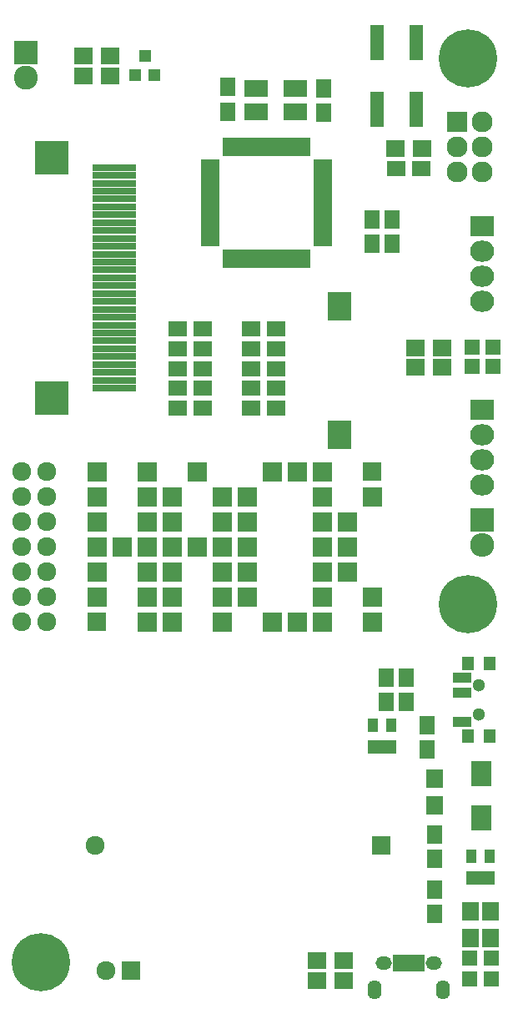
<source format=gbr>
G04 #@! TF.FileFunction,Soldermask,Top*
%FSLAX45Y45*%
G04 Gerber Fmt 4.5, Leading zero omitted, Abs format (unit mm)*
G04 Created by KiCad (PCBNEW 4.0.2-4+6225~38~ubuntu14.04.1-stable) date Wed 13 Apr 2016 10:42:26 PM HKT*
%MOMM*%
G01*
G04 APERTURE LIST*
%ADD10C,0.100000*%
%ADD11R,1.700000X1.900000*%
%ADD12R,1.900000X0.950000*%
%ADD13R,0.950000X1.900000*%
%ADD14C,2.432000*%
%ADD15R,2.432000X2.432000*%
%ADD16C,5.900000*%
%ADD17C,1.300000*%
%ADD18R,1.900000X1.100000*%
%ADD19R,1.200000X1.400000*%
%ADD20R,1.650000X1.900000*%
%ADD21R,1.900000X1.650000*%
%ADD22R,0.800000X1.750000*%
%ADD23O,1.650000X1.350000*%
%ADD24O,1.400000X1.950000*%
%ADD25C,1.924000*%
%ADD26R,1.924000X1.924000*%
%ADD27R,2.127200X2.127200*%
%ADD28O,2.127200X2.127200*%
%ADD29R,2.432000X2.127200*%
%ADD30O,2.432000X2.127200*%
%ADD31R,1.200100X1.200100*%
%ADD32R,1.900000X1.700000*%
%ADD33R,1.050000X1.460000*%
%ADD34R,2.400000X1.700000*%
%ADD35R,1.598880X1.598880*%
%ADD36R,2.400000X2.900000*%
%ADD37R,2.080000X2.600000*%
%ADD38R,1.400000X3.600000*%
%ADD39R,4.400000X0.800000*%
%ADD40R,3.400000X3.400000*%
%ADD41O,2.432000X2.432000*%
G04 APERTURE END LIST*
D10*
D11*
X8990000Y-13325000D03*
X8990000Y-13055000D03*
D12*
X7285000Y-6270000D03*
X7285000Y-6190000D03*
X7285000Y-6110000D03*
X7285000Y-6030000D03*
X7285000Y-5950000D03*
X7285000Y-5870000D03*
X7285000Y-5790000D03*
X7285000Y-5710000D03*
X7285000Y-5630000D03*
X7285000Y-5550000D03*
X7285000Y-5470000D03*
D13*
X7115000Y-5300000D03*
X7035000Y-5300000D03*
X6955000Y-5300000D03*
X6875000Y-5300000D03*
X6795000Y-5300000D03*
X6715000Y-5300000D03*
X6635000Y-5300000D03*
X6555000Y-5300000D03*
X6475000Y-5300000D03*
X6395000Y-5300000D03*
X6315000Y-5300000D03*
D12*
X6145000Y-5470000D03*
X6145000Y-5550000D03*
X6145000Y-5630000D03*
X6145000Y-5710000D03*
X6145000Y-5790000D03*
X6145000Y-5870000D03*
X6145000Y-5950000D03*
X6145000Y-6030000D03*
X6145000Y-6110000D03*
X6145000Y-6190000D03*
X6145000Y-6270000D03*
D13*
X6315000Y-6440000D03*
X6395000Y-6440000D03*
X6475000Y-6440000D03*
X6555000Y-6440000D03*
X6635000Y-6440000D03*
X6715000Y-6440000D03*
X6795000Y-6440000D03*
X6875000Y-6440000D03*
X6955000Y-6440000D03*
X7035000Y-6440000D03*
X7115000Y-6440000D03*
D14*
X4270000Y-4600000D03*
D15*
X4270000Y-4346000D03*
D16*
X4430000Y-13570000D03*
X8760000Y-4400000D03*
D17*
X8872500Y-11060000D03*
X8872500Y-10760000D03*
D18*
X8697500Y-11135000D03*
X8697500Y-10835000D03*
X8697500Y-10685000D03*
D19*
X8982500Y-11275000D03*
X8982500Y-10545000D03*
X8762500Y-10545000D03*
X8762500Y-11275000D03*
D20*
X8420000Y-13085000D03*
X8420000Y-12835000D03*
X7790000Y-6285000D03*
X7790000Y-6035000D03*
X7990000Y-6285000D03*
X7990000Y-6035000D03*
X7930000Y-10935000D03*
X7930000Y-10685000D03*
X8420000Y-12525000D03*
X8420000Y-12275000D03*
X8130000Y-10935000D03*
X8130000Y-10685000D03*
X6320000Y-4945000D03*
X6320000Y-4695000D03*
X7300000Y-4955000D03*
X7300000Y-4705000D03*
D21*
X8035000Y-5520000D03*
X8285000Y-5520000D03*
D20*
X8350000Y-11165000D03*
X8350000Y-11415000D03*
D21*
X5815000Y-7150000D03*
X6065000Y-7150000D03*
X5815000Y-7350000D03*
X6065000Y-7350000D03*
X5815000Y-7550000D03*
X6065000Y-7550000D03*
X5815000Y-7750000D03*
X6065000Y-7750000D03*
X5815000Y-7950000D03*
X6065000Y-7950000D03*
X6560000Y-7150000D03*
X6810000Y-7150000D03*
X6560000Y-7350000D03*
X6810000Y-7350000D03*
X6560000Y-7550000D03*
X6810000Y-7550000D03*
X6560000Y-7750000D03*
X6810000Y-7750000D03*
X6560000Y-7950000D03*
X6810000Y-7950000D03*
D22*
X8029660Y-13585146D03*
X8094660Y-13585146D03*
X8159660Y-13585146D03*
X8224660Y-13585146D03*
X8289660Y-13585146D03*
D23*
X7909660Y-13585146D03*
X8409660Y-13585146D03*
D24*
X7809660Y-13855146D03*
X8509660Y-13855146D03*
D25*
X4980000Y-12390000D03*
D26*
X7880000Y-12390000D03*
D27*
X8650000Y-5050000D03*
D28*
X8904000Y-5050000D03*
X8650000Y-5304000D03*
X8904000Y-5304000D03*
X8650000Y-5558000D03*
X8904000Y-5558000D03*
D29*
X8905000Y-6105000D03*
D30*
X8905000Y-6359000D03*
X8905000Y-6613000D03*
X8905000Y-6867000D03*
D29*
X8905000Y-7970000D03*
D30*
X8905000Y-8224000D03*
X8905000Y-8478000D03*
X8905000Y-8732000D03*
D31*
X5385000Y-4575076D03*
X5575000Y-4575076D03*
X5480000Y-4375178D03*
D11*
X8790000Y-13325000D03*
X8790000Y-13055000D03*
D32*
X7495000Y-13760000D03*
X7225000Y-13760000D03*
X7495000Y-13560000D03*
X7225000Y-13560000D03*
D11*
X8420000Y-11985000D03*
X8420000Y-11715000D03*
D32*
X8495000Y-7340000D03*
X8225000Y-7340000D03*
X8495000Y-7540000D03*
X8225000Y-7540000D03*
X4855000Y-4580000D03*
X5125000Y-4580000D03*
X4855000Y-4380000D03*
X5125000Y-4380000D03*
D33*
X8795000Y-12720000D03*
X8890000Y-12720000D03*
X8985000Y-12720000D03*
X8985000Y-12500000D03*
X8795000Y-12500000D03*
X7795000Y-11390000D03*
X7890000Y-11390000D03*
X7985000Y-11390000D03*
X7985000Y-11170000D03*
X7795000Y-11170000D03*
D34*
X6610000Y-4950000D03*
X7010000Y-4950000D03*
X7010000Y-4710000D03*
X6610000Y-4710000D03*
D35*
X8780000Y-13744902D03*
X8780000Y-13535098D03*
X8805098Y-7335000D03*
X9014902Y-7335000D03*
X8805098Y-7525000D03*
X9014902Y-7525000D03*
D36*
X7460000Y-8220000D03*
X7460000Y-6920000D03*
D32*
X8025000Y-5320000D03*
X8295000Y-5320000D03*
D37*
X8900000Y-12105000D03*
X8900000Y-11660000D03*
D16*
X8760000Y-9940000D03*
D38*
X7840000Y-4240000D03*
X7840000Y-4920000D03*
X8240000Y-4920000D03*
X8240000Y-4240000D03*
D35*
X9000000Y-13744902D03*
X9000000Y-13535098D03*
D25*
X4234000Y-10122000D03*
X4488000Y-10122000D03*
D26*
X4996000Y-10122000D03*
D10*
G36*
X7693800Y-10218200D02*
X7693800Y-10025800D01*
X7886200Y-10025800D01*
X7886200Y-10218200D01*
X7693800Y-10218200D01*
X7693800Y-10218200D01*
G37*
D25*
X4234000Y-9868000D03*
X4488000Y-9868000D03*
X4234000Y-9614000D03*
X4488000Y-9614000D03*
X4234000Y-9360000D03*
X4488000Y-9360000D03*
X4234000Y-9106000D03*
X4488000Y-9106000D03*
X4234000Y-8852000D03*
X4488000Y-8852000D03*
X4234000Y-8598000D03*
X4488000Y-8598000D03*
D10*
G36*
X4899800Y-8694200D02*
X4899800Y-8501800D01*
X5092200Y-8501800D01*
X5092200Y-8694200D01*
X4899800Y-8694200D01*
X4899800Y-8694200D01*
G37*
D26*
X7790000Y-8598000D03*
D10*
G36*
X4899800Y-8948200D02*
X4899800Y-8755800D01*
X5092200Y-8755800D01*
X5092200Y-8948200D01*
X4899800Y-8948200D01*
X4899800Y-8948200D01*
G37*
G36*
X4899800Y-9202200D02*
X4899800Y-9009800D01*
X5092200Y-9009800D01*
X5092200Y-9202200D01*
X4899800Y-9202200D01*
X4899800Y-9202200D01*
G37*
G36*
X4899800Y-9456200D02*
X4899800Y-9263800D01*
X5092200Y-9263800D01*
X5092200Y-9456200D01*
X4899800Y-9456200D01*
X4899800Y-9456200D01*
G37*
G36*
X4899800Y-9710200D02*
X4899800Y-9517800D01*
X5092200Y-9517800D01*
X5092200Y-9710200D01*
X4899800Y-9710200D01*
X4899800Y-9710200D01*
G37*
G36*
X4899800Y-9964200D02*
X4899800Y-9771800D01*
X5092200Y-9771800D01*
X5092200Y-9964200D01*
X4899800Y-9964200D01*
X4899800Y-9964200D01*
G37*
G36*
X5153800Y-9456200D02*
X5153800Y-9263800D01*
X5346200Y-9263800D01*
X5346200Y-9456200D01*
X5153800Y-9456200D01*
X5153800Y-9456200D01*
G37*
G36*
X5407800Y-9456200D02*
X5407800Y-9263800D01*
X5600200Y-9263800D01*
X5600200Y-9456200D01*
X5407800Y-9456200D01*
X5407800Y-9456200D01*
G37*
G36*
X5407800Y-9202200D02*
X5407800Y-9009800D01*
X5600200Y-9009800D01*
X5600200Y-9202200D01*
X5407800Y-9202200D01*
X5407800Y-9202200D01*
G37*
G36*
X5407800Y-8948200D02*
X5407800Y-8755800D01*
X5600200Y-8755800D01*
X5600200Y-8948200D01*
X5407800Y-8948200D01*
X5407800Y-8948200D01*
G37*
G36*
X5407800Y-8694200D02*
X5407800Y-8501800D01*
X5600200Y-8501800D01*
X5600200Y-8694200D01*
X5407800Y-8694200D01*
X5407800Y-8694200D01*
G37*
G36*
X5407800Y-9710200D02*
X5407800Y-9517800D01*
X5600200Y-9517800D01*
X5600200Y-9710200D01*
X5407800Y-9710200D01*
X5407800Y-9710200D01*
G37*
G36*
X5407800Y-9964200D02*
X5407800Y-9771800D01*
X5600200Y-9771800D01*
X5600200Y-9964200D01*
X5407800Y-9964200D01*
X5407800Y-9964200D01*
G37*
G36*
X5407800Y-10218200D02*
X5407800Y-10025800D01*
X5600200Y-10025800D01*
X5600200Y-10218200D01*
X5407800Y-10218200D01*
X5407800Y-10218200D01*
G37*
G36*
X5661800Y-10218200D02*
X5661800Y-10025800D01*
X5854200Y-10025800D01*
X5854200Y-10218200D01*
X5661800Y-10218200D01*
X5661800Y-10218200D01*
G37*
G36*
X5661800Y-9964200D02*
X5661800Y-9771800D01*
X5854200Y-9771800D01*
X5854200Y-9964200D01*
X5661800Y-9964200D01*
X5661800Y-9964200D01*
G37*
G36*
X5661800Y-9710200D02*
X5661800Y-9517800D01*
X5854200Y-9517800D01*
X5854200Y-9710200D01*
X5661800Y-9710200D01*
X5661800Y-9710200D01*
G37*
G36*
X5661800Y-9456200D02*
X5661800Y-9263800D01*
X5854200Y-9263800D01*
X5854200Y-9456200D01*
X5661800Y-9456200D01*
X5661800Y-9456200D01*
G37*
G36*
X5661800Y-9202200D02*
X5661800Y-9009800D01*
X5854200Y-9009800D01*
X5854200Y-9202200D01*
X5661800Y-9202200D01*
X5661800Y-9202200D01*
G37*
G36*
X5915800Y-8694200D02*
X5915800Y-8501800D01*
X6108200Y-8501800D01*
X6108200Y-8694200D01*
X5915800Y-8694200D01*
X5915800Y-8694200D01*
G37*
G36*
X5661800Y-8948200D02*
X5661800Y-8755800D01*
X5854200Y-8755800D01*
X5854200Y-8948200D01*
X5661800Y-8948200D01*
X5661800Y-8948200D01*
G37*
G36*
X6169800Y-8948200D02*
X6169800Y-8755800D01*
X6362200Y-8755800D01*
X6362200Y-8948200D01*
X6169800Y-8948200D01*
X6169800Y-8948200D01*
G37*
G36*
X6169800Y-9202200D02*
X6169800Y-9009800D01*
X6362200Y-9009800D01*
X6362200Y-9202200D01*
X6169800Y-9202200D01*
X6169800Y-9202200D01*
G37*
G36*
X6169800Y-9456200D02*
X6169800Y-9263800D01*
X6362200Y-9263800D01*
X6362200Y-9456200D01*
X6169800Y-9456200D01*
X6169800Y-9456200D01*
G37*
G36*
X6169800Y-9710200D02*
X6169800Y-9517800D01*
X6362200Y-9517800D01*
X6362200Y-9710200D01*
X6169800Y-9710200D01*
X6169800Y-9710200D01*
G37*
G36*
X6169800Y-9964200D02*
X6169800Y-9771800D01*
X6362200Y-9771800D01*
X6362200Y-9964200D01*
X6169800Y-9964200D01*
X6169800Y-9964200D01*
G37*
G36*
X6169800Y-10218200D02*
X6169800Y-10025800D01*
X6362200Y-10025800D01*
X6362200Y-10218200D01*
X6169800Y-10218200D01*
X6169800Y-10218200D01*
G37*
G36*
X5915800Y-9456200D02*
X5915800Y-9263800D01*
X6108200Y-9263800D01*
X6108200Y-9456200D01*
X5915800Y-9456200D01*
X5915800Y-9456200D01*
G37*
G36*
X6931800Y-8694200D02*
X6931800Y-8501800D01*
X7124200Y-8501800D01*
X7124200Y-8694200D01*
X6931800Y-8694200D01*
X6931800Y-8694200D01*
G37*
G36*
X6677800Y-8694200D02*
X6677800Y-8501800D01*
X6870200Y-8501800D01*
X6870200Y-8694200D01*
X6677800Y-8694200D01*
X6677800Y-8694200D01*
G37*
G36*
X6423800Y-8948200D02*
X6423800Y-8755800D01*
X6616200Y-8755800D01*
X6616200Y-8948200D01*
X6423800Y-8948200D01*
X6423800Y-8948200D01*
G37*
G36*
X6423800Y-9202200D02*
X6423800Y-9009800D01*
X6616200Y-9009800D01*
X6616200Y-9202200D01*
X6423800Y-9202200D01*
X6423800Y-9202200D01*
G37*
G36*
X6423800Y-9456200D02*
X6423800Y-9263800D01*
X6616200Y-9263800D01*
X6616200Y-9456200D01*
X6423800Y-9456200D01*
X6423800Y-9456200D01*
G37*
G36*
X6423800Y-9710200D02*
X6423800Y-9517800D01*
X6616200Y-9517800D01*
X6616200Y-9710200D01*
X6423800Y-9710200D01*
X6423800Y-9710200D01*
G37*
G36*
X6423800Y-9964200D02*
X6423800Y-9771800D01*
X6616200Y-9771800D01*
X6616200Y-9964200D01*
X6423800Y-9964200D01*
X6423800Y-9964200D01*
G37*
G36*
X6677800Y-10218200D02*
X6677800Y-10025800D01*
X6870200Y-10025800D01*
X6870200Y-10218200D01*
X6677800Y-10218200D01*
X6677800Y-10218200D01*
G37*
G36*
X6931800Y-10218200D02*
X6931800Y-10025800D01*
X7124200Y-10025800D01*
X7124200Y-10218200D01*
X6931800Y-10218200D01*
X6931800Y-10218200D01*
G37*
G36*
X7185800Y-8694200D02*
X7185800Y-8501800D01*
X7378200Y-8501800D01*
X7378200Y-8694200D01*
X7185800Y-8694200D01*
X7185800Y-8694200D01*
G37*
G36*
X7185800Y-8948200D02*
X7185800Y-8755800D01*
X7378200Y-8755800D01*
X7378200Y-8948200D01*
X7185800Y-8948200D01*
X7185800Y-8948200D01*
G37*
G36*
X7185800Y-9202200D02*
X7185800Y-9009800D01*
X7378200Y-9009800D01*
X7378200Y-9202200D01*
X7185800Y-9202200D01*
X7185800Y-9202200D01*
G37*
G36*
X7185800Y-9456200D02*
X7185800Y-9263800D01*
X7378200Y-9263800D01*
X7378200Y-9456200D01*
X7185800Y-9456200D01*
X7185800Y-9456200D01*
G37*
G36*
X7185800Y-9710200D02*
X7185800Y-9517800D01*
X7378200Y-9517800D01*
X7378200Y-9710200D01*
X7185800Y-9710200D01*
X7185800Y-9710200D01*
G37*
G36*
X7185800Y-9964200D02*
X7185800Y-9771800D01*
X7378200Y-9771800D01*
X7378200Y-9964200D01*
X7185800Y-9964200D01*
X7185800Y-9964200D01*
G37*
G36*
X7185800Y-10218200D02*
X7185800Y-10025800D01*
X7378200Y-10025800D01*
X7378200Y-10218200D01*
X7185800Y-10218200D01*
X7185800Y-10218200D01*
G37*
G36*
X7439800Y-9202200D02*
X7439800Y-9009800D01*
X7632200Y-9009800D01*
X7632200Y-9202200D01*
X7439800Y-9202200D01*
X7439800Y-9202200D01*
G37*
G36*
X7439800Y-9456200D02*
X7439800Y-9263800D01*
X7632200Y-9263800D01*
X7632200Y-9456200D01*
X7439800Y-9456200D01*
X7439800Y-9456200D01*
G37*
G36*
X7439800Y-9710200D02*
X7439800Y-9517800D01*
X7632200Y-9517800D01*
X7632200Y-9710200D01*
X7439800Y-9710200D01*
X7439800Y-9710200D01*
G37*
G36*
X7693800Y-9964200D02*
X7693800Y-9771800D01*
X7886200Y-9771800D01*
X7886200Y-9964200D01*
X7693800Y-9964200D01*
X7693800Y-9964200D01*
G37*
G36*
X7693800Y-8948200D02*
X7693800Y-8755800D01*
X7886200Y-8755800D01*
X7886200Y-8948200D01*
X7693800Y-8948200D01*
X7693800Y-8948200D01*
G37*
D39*
X5170000Y-7750000D03*
X5170000Y-7670000D03*
X5170000Y-7590000D03*
X5170000Y-7510000D03*
X5170000Y-7430000D03*
X5170000Y-7350000D03*
X5170000Y-7270000D03*
X5170000Y-7190000D03*
X5170000Y-7110000D03*
X5170000Y-7030000D03*
X5170000Y-6950000D03*
X5170000Y-6870000D03*
X5170000Y-6790000D03*
X5170000Y-6710000D03*
X5170000Y-6630000D03*
X5170000Y-6550000D03*
X5170000Y-6470000D03*
X5170000Y-6390000D03*
X5170000Y-6310000D03*
X5170000Y-6230000D03*
X5170000Y-6150000D03*
X5170000Y-6070000D03*
X5170000Y-5990000D03*
X5170000Y-5910000D03*
X5170000Y-5830000D03*
X5170000Y-5750000D03*
X5170000Y-5670000D03*
X5170000Y-5590000D03*
X5170000Y-5510000D03*
D40*
X4540000Y-5410000D03*
X4540000Y-7850000D03*
D15*
X8905000Y-9090000D03*
D41*
X8905000Y-9344000D03*
D25*
X5085000Y-13655000D03*
D26*
X5339000Y-13655000D03*
M02*

</source>
